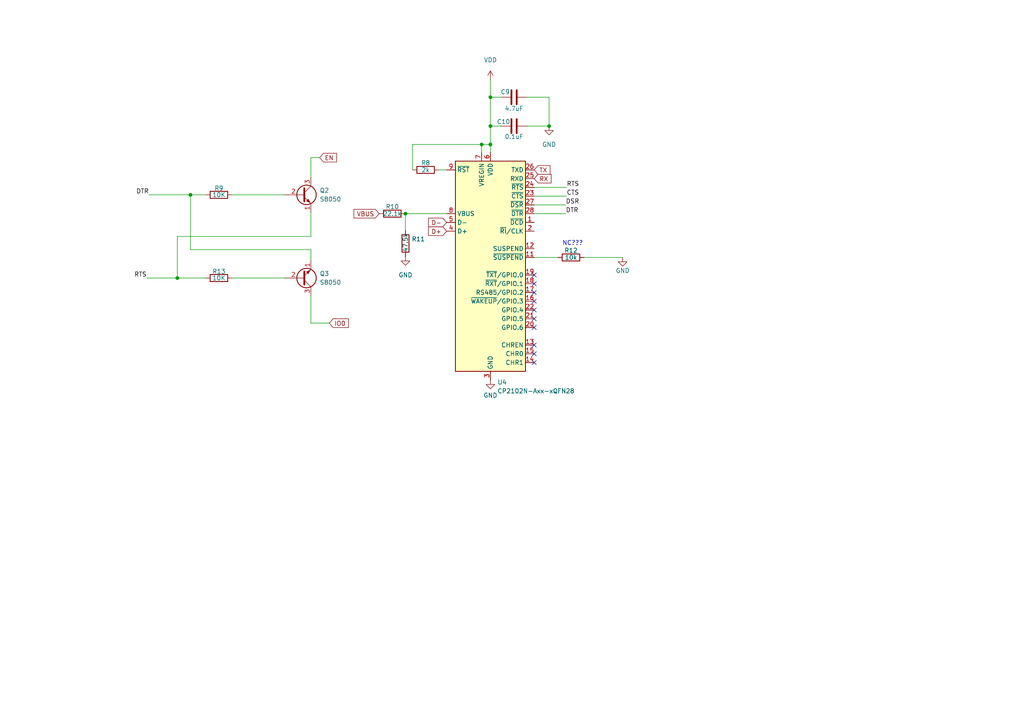
<source format=kicad_sch>
(kicad_sch (version 20211123) (generator eeschema)
  (paper "A4")
  (lib_symbols
    (symbol "Device:C" (pin_numbers hide) (pin_names (offset 0.254))
      (property "Reference" "C" (at 0.635 2.54 0))
      (property "Value" "C" (at 0.635 -2.54 0))
      (symbol "C_0_1"
        (polyline (pts (xy -2.032 -0.762) (xy 2.032 -0.762)) (stroke (width 0.508)))
        (polyline (pts (xy -2.032 0.762) (xy 2.032 0.762)) (stroke (width 0.508)))
      )
      (symbol "C_1_1"
        (pin passive line (at 0 3.81 270) (length 2.794) (name "~") (number "1"))
        (pin passive line (at 0 -3.81 90) (length 2.794) (name "~") (number "2"))
      )
    )
    (symbol "Device:R" (pin_numbers hide) (pin_names (offset 0))
      (property "Reference" "R" (at 2.032 0 90))
      (property "Value" "R" (at 0 0 90))
      (symbol "R_0_1"
        (rectangle (start -1.016 -2.54) (end 1.016 2.54) (stroke (width 0.254)))
      )
      (symbol "R_1_1"
        (pin passive line (at 0 3.81 270) (length 1.27) (name "~") (number "1"))
        (pin passive line (at 0 -3.81 90) (length 1.27) (name "~") (number "2"))
      )
    )
    (symbol "Interface_USB:CP2102N-Axx-xQFN28"
      (property "Reference" "U" (at -8.89 31.75 0))
      (property "Value" "CP2102N-Axx-xQFN28" (at 12.7 31.75 0))
      (symbol "CP2102N-Axx-xQFN28_0_1"
        (rectangle (start -10.16 30.48) (end 10.16 -30.48) (stroke (width 0.254)) (fill (type background)))
      )
      (symbol "CP2102N-Axx-xQFN28_1_1"
        (pin input line (at 12.7 12.7 180) (length 2.54) (name "~{DCD}") (number "1"))
        (pin no_connect line (at -10.16 -27.94 0) (length 2.54) hide (name "NC") (number "10"))
        (pin output line (at 12.7 2.54 180) (length 2.54) (name "~{SUSPEND}") (number "11"))
        (pin output line (at 12.7 5.08 180) (length 2.54) (name "SUSPEND") (number "12"))
        (pin output line (at 12.7 -22.86 180) (length 2.54) (name "CHREN") (number "13"))
        (pin output line (at 12.7 -27.94 180) (length 2.54) (name "CHR1") (number "14"))
        (pin output line (at 12.7 -25.4 180) (length 2.54) (name "CHR0") (number "15"))
        (pin bidirectional line (at 12.7 -10.16 180) (length 2.54) (name "~{WAKEUP}/GPIO.3") (number "16"))
        (pin bidirectional line (at 12.7 -7.62 180) (length 2.54) (name "RS485/GPIO.2") (number "17"))
        (pin bidirectional line (at 12.7 -5.08 180) (length 2.54) (name "~{RXT}/GPIO.1") (number "18"))
        (pin bidirectional line (at 12.7 -2.54 180) (length 2.54) (name "~{TXT}/GPIO.0") (number "19"))
        (pin bidirectional line (at 12.7 10.16 180) (length 2.54) (name "~{RI}/CLK") (number "2"))
        (pin bidirectional line (at 12.7 -17.78 180) (length 2.54) (name "GPIO.6") (number "20"))
        (pin bidirectional line (at 12.7 -15.24 180) (length 2.54) (name "GPIO.5") (number "21"))
        (pin bidirectional line (at 12.7 -12.7 180) (length 2.54) (name "GPIO.4") (number "22"))
        (pin input line (at 12.7 20.32 180) (length 2.54) (name "~{CTS}") (number "23"))
        (pin output line (at 12.7 22.86 180) (length 2.54) (name "~{RTS}") (number "24"))
        (pin input line (at 12.7 25.4 180) (length 2.54) (name "RXD") (number "25"))
        (pin output line (at 12.7 27.94 180) (length 2.54) (name "TXD") (number "26"))
        (pin input line (at 12.7 17.78 180) (length 2.54) (name "~{DSR}") (number "27"))
        (pin output line (at 12.7 15.24 180) (length 2.54) (name "~{DTR}") (number "28"))
        (pin passive line (at 0 -33.02 90) (length 2.54) hide (name "GND") (number "29"))
        (pin power_in line (at 0 -33.02 90) (length 2.54) (name "GND") (number "3"))
        (pin bidirectional line (at -12.7 10.16 0) (length 2.54) (name "D+") (number "4"))
        (pin bidirectional line (at -12.7 12.7 0) (length 2.54) (name "D-") (number "5"))
        (pin power_in line (at 0 33.02 270) (length 2.54) (name "VDD") (number "6"))
        (pin power_in line (at -2.54 33.02 270) (length 2.54) (name "VREGIN") (number "7"))
        (pin input line (at -12.7 15.24 0) (length 2.54) (name "VBUS") (number "8"))
        (pin input line (at -12.7 27.94 0) (length 2.54) (name "~{RST}") (number "9"))
      )
    )
    (symbol "Transistor_BJT:S8050" (pin_names (offset 0) hide)
      (property "Reference" "Q" (at 5.08 1.905 0))
      (property "Value" "S8050" (at 5.08 0 0))
      (symbol "S8050_0_1"
        (polyline (pts (xy 0 0) (xy 0.635 0)))
        (polyline (pts (xy 0.635 0.635) (xy 2.54 2.54)))
        (polyline (pts (xy 0.635 -0.635) (xy 2.54 -2.54) (xy 2.54 -2.54)))
        (polyline (pts (xy 0.635 1.905) (xy 0.635 -1.905) (xy 0.635 -1.905)) (stroke (width 0.508)))
        (polyline (pts (xy 1.27 -1.778) (xy 1.778 -1.27) (xy 2.286 -2.286) (xy 1.27 -1.778) (xy 1.27 -1.778)) (fill (type outline)))
        (circle (center 1.27 0) (radius 2.8194) (stroke (width 0.254)))
      )
      (symbol "S8050_1_1"
        (pin passive line (at 2.54 -5.08 90) (length 2.54) (name "E") (number "1"))
        (pin input line (at -5.08 0 0) (length 5.08) (name "B") (number "2"))
        (pin passive line (at 2.54 5.08 270) (length 2.54) (name "C") (number "3"))
      )
    )
    (symbol "power:GND" (power) (pin_names (offset 0))
      (property "Value" "GND" (at 0 -3.81 0))
      (symbol "GND_0_1"
        (polyline (pts (xy 0 0) (xy 0 -1.27) (xy 1.27 -1.27) (xy 0 -2.54) (xy -1.27 -1.27) (xy 0 -1.27)))
      )
      (symbol "GND_1_1"
        (pin power_in line (at 0 0 270) (length 0) hide (name "GND") (number "1"))
      )
    )
    (symbol "power:VDD" (power) (pin_names (offset 0))
      (property "Value" "VDD" (at 0 3.81 0))
      (symbol "VDD_0_1"
        (polyline (pts (xy -0.762 1.27) (xy 0 2.54)))
        (polyline (pts (xy 0 0) (xy 0 2.54)))
        (polyline (pts (xy 0 2.54) (xy 0.762 1.27)))
      )
      (symbol "VDD_1_1"
        (pin power_in line (at 0 0 90) (length 0) hide (name "VDD") (number "1"))
      )
    )
  )
  (junction (at 142.24 28.194))
  (junction (at 51.435 80.645))
  (junction (at 142.24 36.576))
  (junction (at 117.602 61.976))
  (junction (at 159.258 36.576))
  (junction (at 55.245 56.515))
  (junction (at 142.24 41.91))
  (junction (at 139.7 41.91))
  (no_connect (at 154.94 94.996))
  (no_connect (at 154.94 92.456))
  (no_connect (at 154.94 89.916))
  (no_connect (at 154.94 82.296))
  (no_connect (at 154.94 84.836))
  (no_connect (at 154.94 87.376))
  (no_connect (at 154.94 79.756))
  (no_connect (at 154.94 102.616))
  (no_connect (at 154.94 100.076))
  (no_connect (at 154.94 105.156))
  (wire (pts (xy 159.258 28.194) (xy 159.258 36.576)))
  (wire (pts (xy 164.338 56.896) (xy 154.94 56.896)))
  (wire (pts (xy 90.17 72.39) (xy 55.245 72.39)))
  (wire (pts (xy 142.24 28.194) (xy 145.288 28.194)))
  (wire (pts (xy 142.24 36.576) (xy 145.288 36.576)))
  (wire (pts (xy 117.602 66.802) (xy 117.602 61.976)))
  (wire (pts (xy 51.435 80.645) (xy 59.69 80.645)))
  (wire (pts (xy 67.31 80.645) (xy 82.55 80.645)))
  (wire (pts (xy 90.17 61.595) (xy 90.17 68.58)))
  (wire (pts (xy 142.24 23.114) (xy 142.24 28.194)))
  (wire (pts (xy 152.908 28.194) (xy 159.258 28.194)))
  (wire (pts (xy 164.338 54.356) (xy 154.94 54.356)))
  (wire (pts (xy 142.24 28.194) (xy 142.24 36.576)))
  (wire (pts (xy 90.17 85.725) (xy 90.17 93.726)))
  (wire (pts (xy 51.435 68.58) (xy 51.435 80.645)))
  (wire (pts (xy 161.798 74.676) (xy 154.94 74.676)))
  (wire (pts (xy 127.254 49.276) (xy 129.54 49.276)))
  (wire (pts (xy 90.17 75.565) (xy 90.17 72.39)))
  (wire (pts (xy 42.545 80.645) (xy 51.435 80.645)))
  (wire (pts (xy 43.18 56.515) (xy 55.245 56.515)))
  (wire (pts (xy 55.245 72.39) (xy 55.245 56.515)))
  (wire (pts (xy 142.24 36.576) (xy 142.24 41.91)))
  (wire (pts (xy 164.084 61.976) (xy 154.94 61.976)))
  (wire (pts (xy 142.24 41.91) (xy 142.24 44.196)))
  (wire (pts (xy 139.7 44.196) (xy 139.7 41.91)))
  (wire (pts (xy 67.31 56.515) (xy 82.55 56.515)))
  (wire (pts (xy 90.17 68.58) (xy 51.435 68.58)))
  (wire (pts (xy 90.17 93.726) (xy 95.504 93.726)))
  (wire (pts (xy 119.634 49.276) (xy 119.634 41.91)))
  (wire (pts (xy 180.594 74.676) (xy 169.418 74.676)))
  (wire (pts (xy 55.245 56.515) (xy 59.69 56.515)))
  (wire (pts (xy 119.634 41.91) (xy 139.7 41.91)))
  (wire (pts (xy 164.084 59.436) (xy 154.94 59.436)))
  (wire (pts (xy 152.908 36.576) (xy 159.258 36.576)))
  (wire (pts (xy 90.17 45.72) (xy 92.71 45.72)))
  (wire (pts (xy 90.17 51.435) (xy 90.17 45.72)))
  (wire (pts (xy 139.7 41.91) (xy 142.24 41.91)))
  (wire (pts (xy 117.602 61.976) (xy 129.54 61.976)))
  (text "NC???\n" (at 163.068 71.374 0) (effects (font (size 1.27 1.27)) (justify left bottom)))
  (label "CTS" (at 164.338 56.896 0))
  (label "DTR" (at 164.084 61.976 0))
  (label "DTR" (at 43.18 56.515 180))
  (label "DSR" (at 164.084 59.436 0))
  (label "RTS" (at 164.338 54.356 0))
  (label "RTS" (at 42.545 80.645 180))
  (global_label "RX" (shape input) (at 154.94 51.816 0) (property "Intersheet References" "${INTERSHEET_REFS}" (effects hide)))
  (global_label "TX" (shape input) (at 154.94 49.276 0) (property "Intersheet References" "${INTERSHEET_REFS}" (effects hide)))
  (global_label "VBUS" (shape input) (at 109.982 61.976 180) (property "Intersheet References" "${INTERSHEET_REFS}" (effects hide)))
  (global_label "D+" (shape input) (at 129.54 67.056 180) (property "Intersheet References" "${INTERSHEET_REFS}" (effects hide)))
  (global_label "D-" (shape input) (at 129.54 64.516 180) (property "Intersheet References" "${INTERSHEET_REFS}" (effects hide)))
  (global_label "EN" (shape input) (at 92.71 45.72 0) (property "Intersheet References" "${INTERSHEET_REFS}" (effects hide)))
  (global_label "IO0" (shape input) (at 95.504 93.726 0) (property "Intersheet References" "${INTERSHEET_REFS}" (effects hide)))
  (symbol (lib_id "Device:R") (at 165.608 74.676 90) (unit 1)
    (property "Reference" "R12" (at 165.608 72.644 90))
    (property "Value" "10k" (at 165.608 74.676 90))
    (property "Footprint" "Resistor_SMD:R_0603_1608Metric_Pad0.98x0.95mm_HandSolder" (effects hide))
  )
  (symbol (lib_id "Transistor_BJT:S8050") (at 87.63 56.515 0) (unit 1)
    (property "Reference" "Q2" (at 92.71 55.2449 0) (effects (justify left)))
    (property "Value" "S8050" (at 92.71 57.7849 0) (effects (justify left)))
    (property "Footprint" "Package_TO_SOT_THT:TO-92_Inline" (effects hide))
    (property "Datasheet" "http://www.unisonic.com.tw/datasheet/S8050.pdf" (effects hide))
  )
  (symbol (lib_id "Device:C") (at 149.098 28.194 90) (unit 1)
    (property "Reference" "C9" (at 146.558 26.67 90))
    (property "Value" "4.7uF" (at 149.098 31.496 90))
    (property "Footprint" "Capacitor_SMD:C_0603_1608Metric_Pad1.08x0.95mm_HandSolder" (effects hide))
  )
  (symbol (lib_id "Device:C") (at 149.098 36.576 90) (unit 1)
    (property "Reference" "C10" (at 146.05 35.306 90))
    (property "Value" "0.1uF" (at 149.098 39.624 90))
    (property "Footprint" "Capacitor_SMD:C_0603_1608Metric_Pad1.08x0.95mm_HandSolder" (effects hide))
  )
  (symbol (lib_id "power:GND") (at 117.602 74.422 0) (unit 1)
    (property "Reference" "#PWR0122" (effects hide))
    (property "Value" "GND" (at 117.602 79.756 0))
  )
  (symbol (lib_id "Device:R") (at 63.5 56.515 90) (unit 1)
    (property "Reference" "R9" (at 63.5 54.61 90))
    (property "Value" "10K" (at 63.5 56.515 90))
    (property "Footprint" "Resistor_SMD:R_0603_1608Metric_Pad0.98x0.95mm_HandSolder" (effects hide))
  )
  (symbol (lib_id "Device:R") (at 123.444 49.276 90) (unit 1)
    (property "Reference" "R8" (at 123.444 47.244 90))
    (property "Value" "2k" (at 123.444 49.276 90))
    (property "Footprint" "Resistor_SMD:R_0603_1608Metric_Pad0.98x0.95mm_HandSolder" (effects hide))
  )
  (symbol (lib_id "Device:R") (at 113.792 61.976 90) (unit 1)
    (property "Reference" "R10" (at 113.792 59.944 90))
    (property "Value" "22.1k" (at 113.792 61.976 90))
    (property "Footprint" "Resistor_SMD:R_0603_1608Metric_Pad0.98x0.95mm_HandSolder" (effects hide))
  )
  (symbol (lib_id "Device:R") (at 117.602 70.612 0) (unit 1)
    (property "Reference" "R11" (at 119.38 69.3419 0) (effects (justify left)))
    (property "Value" "47.5k" (at 117.602 73.152 90) (effects (justify left)))
    (property "Footprint" "Resistor_SMD:R_0603_1608Metric_Pad0.98x0.95mm_HandSolder" (effects hide))
  )
  (symbol (lib_id "power:GND") (at 142.24 110.236 0) (unit 1)
    (property "Reference" "#PWR0123" (effects hide))
    (property "Value" "GND" (at 142.24 114.681 0))
  )
  (symbol (lib_id "power:GND") (at 180.594 74.676 0) (unit 1)
    (property "Reference" "#PWR0126" (effects hide))
    (property "Value" "GND" (at 180.594 78.486 0))
  )
  (symbol (lib_id "power:VDD") (at 142.24 23.114 0) (unit 1)
    (property "Reference" "#PWR0124" (effects hide))
    (property "Value" "VDD" (at 142.24 17.399 0))
  )
  (symbol (lib_id "Transistor_BJT:S8050") (at 87.63 80.645 0) (mirror x) (unit 1)
    (property "Reference" "Q3" (at 92.71 79.3749 0) (effects (justify left)))
    (property "Value" "S8050" (at 92.71 81.9149 0) (effects (justify left)))
    (property "Footprint" "Package_TO_SOT_THT:TO-92_Inline" (effects hide))
    (property "Datasheet" "http://www.unisonic.com.tw/datasheet/S8050.pdf" (effects hide))
  )
  (symbol (lib_id "power:GND") (at 159.258 36.576 0) (unit 1)
    (property "Reference" "#PWR0125" (effects hide))
    (property "Value" "GND" (at 159.258 41.91 0))
  )
  (symbol (lib_id "Device:R") (at 63.5 80.645 90) (unit 1)
    (property "Reference" "R13" (at 63.5 78.74 90))
    (property "Value" "10K" (at 63.5 80.645 90))
    (property "Footprint" "Resistor_SMD:R_0603_1608Metric_Pad0.98x0.95mm_HandSolder" (effects hide))
  )
  (symbol (lib_id "Interface_USB:CP2102N-Axx-xQFN28") (at 142.24 77.216 0) (unit 1)
    (property "Reference" "U4" (at 144.2594 110.871 0) (effects (justify left)))
    (property "Value" "CP2102N-Axx-xQFN28" (at 144.2594 113.411 0) (effects (justify left)))
    (property "Footprint" "Package_DFN_QFN:QFN-28-1EP_5x5mm_P0.5mm_EP3.35x3.35mm" (effects hide))
    (property "Datasheet" "https://www.silabs.com/documents/public/data-sheets/cp2102n-datasheet.pdf" (effects hide))
  )
)
</source>
